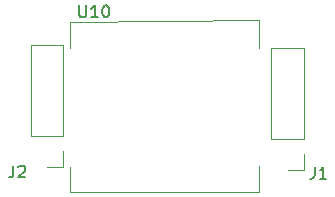
<source format=gbr>
%TF.GenerationSoftware,KiCad,Pcbnew,9.0.5-9.0.5~ubuntu24.04.1*%
%TF.CreationDate,2025-10-18T14:52:59-07:00*%
%TF.ProjectId,magnetometer_extern,6d61676e-6574-46f6-9d65-7465725f6578,rev?*%
%TF.SameCoordinates,Original*%
%TF.FileFunction,Legend,Top*%
%TF.FilePolarity,Positive*%
%FSLAX46Y46*%
G04 Gerber Fmt 4.6, Leading zero omitted, Abs format (unit mm)*
G04 Created by KiCad (PCBNEW 9.0.5-9.0.5~ubuntu24.04.1) date 2025-10-18 14:52:59*
%MOMM*%
%LPD*%
G01*
G04 APERTURE LIST*
%ADD10C,0.150000*%
%ADD11C,0.120000*%
%ADD12C,0.100000*%
G04 APERTURE END LIST*
D10*
X172216666Y-101354819D02*
X172216666Y-102069104D01*
X172216666Y-102069104D02*
X172169047Y-102211961D01*
X172169047Y-102211961D02*
X172073809Y-102307200D01*
X172073809Y-102307200D02*
X171930952Y-102354819D01*
X171930952Y-102354819D02*
X171835714Y-102354819D01*
X173216666Y-102354819D02*
X172645238Y-102354819D01*
X172930952Y-102354819D02*
X172930952Y-101354819D01*
X172930952Y-101354819D02*
X172835714Y-101497676D01*
X172835714Y-101497676D02*
X172740476Y-101592914D01*
X172740476Y-101592914D02*
X172645238Y-101640533D01*
X152301905Y-87694819D02*
X152301905Y-88504342D01*
X152301905Y-88504342D02*
X152349524Y-88599580D01*
X152349524Y-88599580D02*
X152397143Y-88647200D01*
X152397143Y-88647200D02*
X152492381Y-88694819D01*
X152492381Y-88694819D02*
X152682857Y-88694819D01*
X152682857Y-88694819D02*
X152778095Y-88647200D01*
X152778095Y-88647200D02*
X152825714Y-88599580D01*
X152825714Y-88599580D02*
X152873333Y-88504342D01*
X152873333Y-88504342D02*
X152873333Y-87694819D01*
X153873333Y-88694819D02*
X153301905Y-88694819D01*
X153587619Y-88694819D02*
X153587619Y-87694819D01*
X153587619Y-87694819D02*
X153492381Y-87837676D01*
X153492381Y-87837676D02*
X153397143Y-87932914D01*
X153397143Y-87932914D02*
X153301905Y-87980533D01*
X154492381Y-87694819D02*
X154587619Y-87694819D01*
X154587619Y-87694819D02*
X154682857Y-87742438D01*
X154682857Y-87742438D02*
X154730476Y-87790057D01*
X154730476Y-87790057D02*
X154778095Y-87885295D01*
X154778095Y-87885295D02*
X154825714Y-88075771D01*
X154825714Y-88075771D02*
X154825714Y-88313866D01*
X154825714Y-88313866D02*
X154778095Y-88504342D01*
X154778095Y-88504342D02*
X154730476Y-88599580D01*
X154730476Y-88599580D02*
X154682857Y-88647200D01*
X154682857Y-88647200D02*
X154587619Y-88694819D01*
X154587619Y-88694819D02*
X154492381Y-88694819D01*
X154492381Y-88694819D02*
X154397143Y-88647200D01*
X154397143Y-88647200D02*
X154349524Y-88599580D01*
X154349524Y-88599580D02*
X154301905Y-88504342D01*
X154301905Y-88504342D02*
X154254286Y-88313866D01*
X154254286Y-88313866D02*
X154254286Y-88075771D01*
X154254286Y-88075771D02*
X154301905Y-87885295D01*
X154301905Y-87885295D02*
X154349524Y-87790057D01*
X154349524Y-87790057D02*
X154397143Y-87742438D01*
X154397143Y-87742438D02*
X154492381Y-87694819D01*
X146716666Y-101254819D02*
X146716666Y-101969104D01*
X146716666Y-101969104D02*
X146669047Y-102111961D01*
X146669047Y-102111961D02*
X146573809Y-102207200D01*
X146573809Y-102207200D02*
X146430952Y-102254819D01*
X146430952Y-102254819D02*
X146335714Y-102254819D01*
X147145238Y-101350057D02*
X147192857Y-101302438D01*
X147192857Y-101302438D02*
X147288095Y-101254819D01*
X147288095Y-101254819D02*
X147526190Y-101254819D01*
X147526190Y-101254819D02*
X147621428Y-101302438D01*
X147621428Y-101302438D02*
X147669047Y-101350057D01*
X147669047Y-101350057D02*
X147716666Y-101445295D01*
X147716666Y-101445295D02*
X147716666Y-101540533D01*
X147716666Y-101540533D02*
X147669047Y-101683390D01*
X147669047Y-101683390D02*
X147097619Y-102254819D01*
X147097619Y-102254819D02*
X147716666Y-102254819D01*
D11*
%TO.C,J1*%
X168570000Y-99010000D02*
X168570000Y-91280000D01*
X171330000Y-91280000D02*
X168570000Y-91280000D01*
X171330000Y-99010000D02*
X168570000Y-99010000D01*
X171330000Y-99010000D02*
X171330000Y-91280000D01*
X171330000Y-100280000D02*
X171330000Y-101660000D01*
X171330000Y-101660000D02*
X169950000Y-101660000D01*
D12*
%TO.C,U10*%
X151500000Y-89070000D02*
X151500000Y-91270000D01*
X151500000Y-89070000D02*
X167500000Y-88970000D01*
X151500000Y-101370000D02*
X151500000Y-103470000D01*
X151500000Y-103470000D02*
X167500000Y-103470000D01*
X167500000Y-88970000D02*
X167500000Y-91270000D01*
X167500000Y-101270000D02*
X167500000Y-103470000D01*
D11*
%TO.C,J2*%
X148170000Y-98740000D02*
X148170000Y-91010000D01*
X150930000Y-91010000D02*
X148170000Y-91010000D01*
X150930000Y-98740000D02*
X148170000Y-98740000D01*
X150930000Y-98740000D02*
X150930000Y-91010000D01*
X150930000Y-100010000D02*
X150930000Y-101390000D01*
X150930000Y-101390000D02*
X149550000Y-101390000D01*
%TD*%
M02*

</source>
